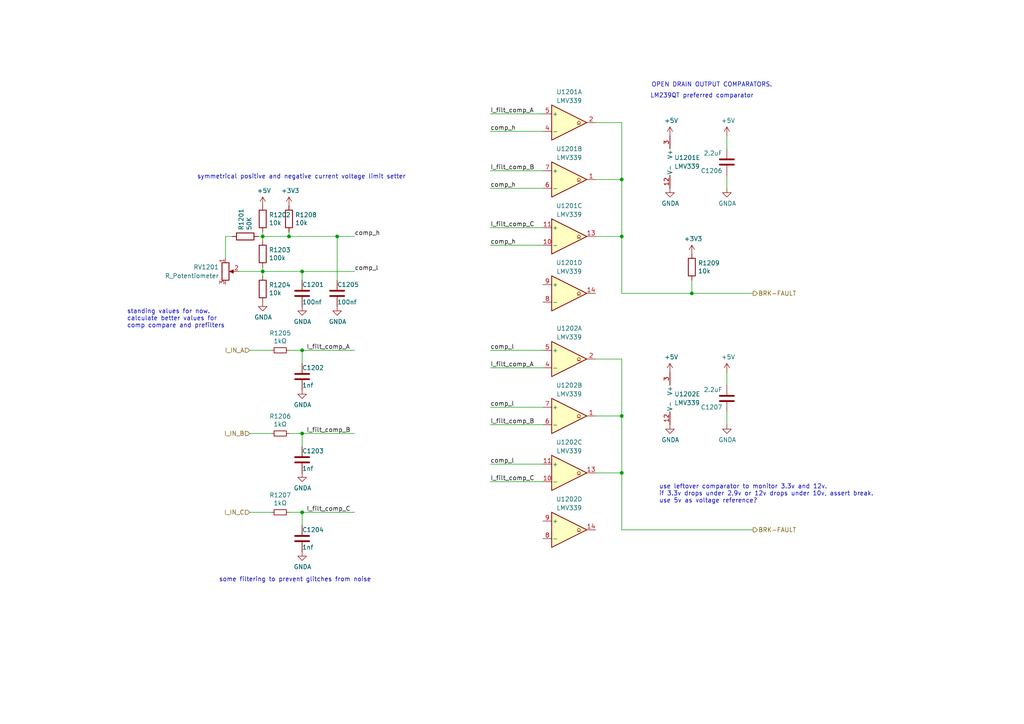
<source format=kicad_sch>
(kicad_sch (version 20230121) (generator eeschema)
  (paper "A4")
  (lib_symbols
    (symbol "24_control_board-rescue:+3.3V-power-MoxiE_Control_board-rescue" (power) (pin_names (offset 0))
      (property "Value" "+3.3V-power-MoxiE_Control_board-rescue" (at 0 3.556 0))
      (symbol "+3.3V-power-MoxiE_Control_board-rescue_0_1"
        (polyline (pts (xy -0.762 1.27) (xy 0 2.54)))
        (polyline (pts (xy 0 0) (xy 0 2.54)))
        (polyline (pts (xy 0 2.54) (xy 0.762 1.27)))
      )
      (symbol "+3.3V-power-MoxiE_Control_board-rescue_1_1"
        (pin power_in line (at 0 0 90) (length 0) hide (name "+3V3") (number "1"))
      )
    )
    (symbol "Comparator:LMV339" (pin_names (offset 0.127))
      (property "Reference" "U" (at 0 5.08 0))
      (property "Value" "LMV339" (at 0 -5.08 0))
      (symbol "LMV339_1_1"
        (polyline (pts (xy -5.08 5.08) (xy 5.08 0) (xy -5.08 -5.08) (xy -5.08 5.08)) (stroke (width 0.254)) (fill (type background)))
        (polyline (pts (xy 3.302 -0.508) (xy 2.794 -0.508) (xy 3.302 0) (xy 2.794 0.508) (xy 2.286 0) (xy 2.794 -0.508) (xy 2.286 -0.508)) (stroke (width 0.127)))
        (pin open_collector line (at 7.62 0 180) (length 2.54) (name "~") (number "2"))
        (pin input line (at -7.62 -2.54 0) (length 2.54) (name "-") (number "4"))
        (pin input line (at -7.62 2.54 0) (length 2.54) (name "+") (number "5"))
      )
      (symbol "LMV339_2_1"
        (polyline (pts (xy -5.08 5.08) (xy 5.08 0) (xy -5.08 -5.08) (xy -5.08 5.08)) (stroke (width 0.254)) (fill (type background)))
        (polyline (pts (xy 3.302 -0.508) (xy 2.794 -0.508) (xy 3.302 0) (xy 2.794 0.508) (xy 2.286 0) (xy 2.794 -0.508) (xy 2.286 -0.508)) (stroke (width 0.127)))
        (pin open_collector line (at 7.62 0 180) (length 2.54) (name "~") (number "1"))
        (pin input line (at -7.62 -2.54 0) (length 2.54) (name "-") (number "6"))
        (pin input line (at -7.62 2.54 0) (length 2.54) (name "+") (number "7"))
      )
      (symbol "LMV339_3_1"
        (polyline (pts (xy -5.08 5.08) (xy 5.08 0) (xy -5.08 -5.08) (xy -5.08 5.08)) (stroke (width 0.254)) (fill (type background)))
        (polyline (pts (xy 3.302 -0.508) (xy 2.794 -0.508) (xy 3.302 0) (xy 2.794 0.508) (xy 2.286 0) (xy 2.794 -0.508) (xy 2.286 -0.508)) (stroke (width 0.127)))
        (pin input line (at -7.62 -2.54 0) (length 2.54) (name "-") (number "10"))
        (pin input line (at -7.62 2.54 0) (length 2.54) (name "+") (number "11"))
        (pin open_collector line (at 7.62 0 180) (length 2.54) (name "~") (number "13"))
      )
      (symbol "LMV339_4_1"
        (polyline (pts (xy -5.08 5.08) (xy 5.08 0) (xy -5.08 -5.08) (xy -5.08 5.08)) (stroke (width 0.254)) (fill (type background)))
        (polyline (pts (xy 3.302 -0.508) (xy 2.794 -0.508) (xy 3.302 0) (xy 2.794 0.508) (xy 2.286 0) (xy 2.794 -0.508) (xy 2.286 -0.508)) (stroke (width 0.127)))
        (pin open_collector line (at 7.62 0 180) (length 2.54) (name "~") (number "14"))
        (pin input line (at -7.62 -2.54 0) (length 2.54) (name "-") (number "8"))
        (pin input line (at -7.62 2.54 0) (length 2.54) (name "+") (number "9"))
      )
      (symbol "LMV339_5_1"
        (pin power_in line (at -2.54 -7.62 90) (length 3.81) (name "V-") (number "12"))
        (pin power_in line (at -2.54 7.62 270) (length 3.81) (name "V+") (number "3"))
      )
    )
    (symbol "Device:C" (pin_numbers hide) (pin_names (offset 0.254))
      (property "Reference" "C" (at 0.635 2.54 0))
      (property "Value" "C" (at 0.635 -2.54 0))
      (symbol "C_0_1"
        (polyline (pts (xy -2.032 -0.762) (xy 2.032 -0.762)) (stroke (width 0.508)))
        (polyline (pts (xy -2.032 0.762) (xy 2.032 0.762)) (stroke (width 0.508)))
      )
      (symbol "C_1_1"
        (pin passive line (at 0 3.81 270) (length 2.794) (name "~") (number "1"))
        (pin passive line (at 0 -3.81 90) (length 2.794) (name "~") (number "2"))
      )
    )
    (symbol "Device:R" (pin_numbers hide) (pin_names (offset 0))
      (property "Reference" "R" (at 2.032 0 90))
      (property "Value" "R" (at 0 0 90))
      (symbol "R_0_1"
        (rectangle (start -1.016 -2.54) (end 1.016 2.54) (stroke (width 0.254)))
      )
      (symbol "R_1_1"
        (pin passive line (at 0 3.81 270) (length 1.27) (name "~") (number "1"))
        (pin passive line (at 0 -3.81 90) (length 1.27) (name "~") (number "2"))
      )
    )
    (symbol "Device:R_Potentiometer" (pin_names (offset 1.016) hide)
      (property "Reference" "RV" (at -4.445 0 90))
      (property "Value" "R_Potentiometer" (at -2.54 0 90))
      (symbol "R_Potentiometer_0_1"
        (polyline (pts (xy 2.54 0) (xy 1.524 0)))
        (polyline (pts (xy 1.143 0) (xy 2.286 0.508) (xy 2.286 -0.508) (xy 1.143 0)) (fill (type outline)))
        (rectangle (start 1.016 2.54) (end -1.016 -2.54) (stroke (width 0.254)))
      )
      (symbol "R_Potentiometer_1_1"
        (pin passive line (at 0 3.81 270) (length 1.27) (name "1") (number "1"))
        (pin passive line (at 3.81 0 180) (length 1.27) (name "2") (number "2"))
        (pin passive line (at 0 -3.81 90) (length 1.27) (name "3") (number "3"))
      )
    )
    (symbol "Device:R_Small" (pin_numbers hide) (pin_names (offset 0.254) hide)
      (property "Reference" "R" (at 0.762 0.508 0))
      (property "Value" "R_Small" (at 0.762 -1.016 0))
      (symbol "R_Small_0_1"
        (rectangle (start -0.762 1.778) (end 0.762 -1.778) (stroke (width 0.2032)))
      )
      (symbol "R_Small_1_1"
        (pin passive line (at 0 2.54 270) (length 0.762) (name "~") (number "1"))
        (pin passive line (at 0 -2.54 90) (length 0.762) (name "~") (number "2"))
      )
    )
    (symbol "power:+5V" (power) (pin_names (offset 0))
      (property "Value" "+5V" (at 0 3.556 0))
      (symbol "+5V_0_1"
        (polyline (pts (xy -0.762 1.27) (xy 0 2.54)))
        (polyline (pts (xy 0 0) (xy 0 2.54)))
        (polyline (pts (xy 0 2.54) (xy 0.762 1.27)))
      )
      (symbol "+5V_1_1"
        (pin power_in line (at 0 0 90) (length 0) hide (name "+5V") (number "1"))
      )
    )
    (symbol "power:GNDA" (power) (pin_names (offset 0))
      (property "Value" "GNDA" (at 0 -3.81 0))
      (symbol "GNDA_0_1"
        (polyline (pts (xy 0 0) (xy 0 -1.27) (xy 1.27 -1.27) (xy 0 -2.54) (xy -1.27 -1.27) (xy 0 -1.27)))
      )
      (symbol "GNDA_1_1"
        (pin power_in line (at 0 0 270) (length 0) hide (name "GNDA") (number "1"))
      )
    )
  )
  (junction (at 87.63 125.73))
  (junction (at 87.63 101.6))
  (junction (at 180.34 52.07))
  (junction (at 97.79 68.58))
  (junction (at 180.34 137.16))
  (junction (at 180.34 68.58))
  (junction (at 83.82 68.58))
  (junction (at 87.63 78.74))
  (junction (at 87.63 148.59))
  (junction (at 180.34 120.65))
  (junction (at 76.2 78.74))
  (junction (at 200.66 85.09))
  (junction (at 76.2 68.58))
  (wire (pts (xy 69.215 78.74) (xy 76.2 78.74)))
  (wire (pts (xy 210.82 39.37) (xy 210.82 43.18)))
  (wire (pts (xy 76.2 78.74) (xy 76.2 80.01)))
  (wire (pts (xy 142.24 38.1) (xy 157.48 38.1)))
  (wire (pts (xy 142.24 33.02) (xy 157.48 33.02)))
  (wire (pts (xy 142.24 49.53) (xy 157.48 49.53)))
  (wire (pts (xy 142.24 139.7) (xy 157.48 139.7)))
  (wire (pts (xy 200.66 85.09) (xy 218.44 85.09)))
  (wire (pts (xy 142.24 123.19) (xy 157.48 123.19)))
  (wire (pts (xy 180.34 68.58) (xy 180.34 85.09)))
  (wire (pts (xy 87.63 125.73) (xy 102.87 125.73)))
  (wire (pts (xy 210.82 50.8) (xy 210.82 54.61)))
  (wire (pts (xy 65.405 68.58) (xy 65.405 74.93)))
  (wire (pts (xy 97.79 68.58) (xy 102.87 68.58)))
  (wire (pts (xy 172.72 104.14) (xy 180.34 104.14)))
  (wire (pts (xy 172.72 137.16) (xy 180.34 137.16)))
  (wire (pts (xy 83.82 148.59) (xy 87.63 148.59)))
  (wire (pts (xy 180.34 104.14) (xy 180.34 120.65)))
  (wire (pts (xy 142.24 106.68) (xy 157.48 106.68)))
  (wire (pts (xy 83.82 68.58) (xy 97.79 68.58)))
  (wire (pts (xy 83.82 125.73) (xy 87.63 125.73)))
  (wire (pts (xy 87.63 78.74) (xy 102.87 78.74)))
  (wire (pts (xy 142.24 54.61) (xy 157.48 54.61)))
  (wire (pts (xy 87.63 101.6) (xy 87.63 105.41)))
  (wire (pts (xy 76.2 68.58) (xy 76.2 69.85)))
  (wire (pts (xy 72.39 148.59) (xy 78.74 148.59)))
  (wire (pts (xy 172.72 35.56) (xy 180.34 35.56)))
  (wire (pts (xy 180.34 35.56) (xy 180.34 52.07)))
  (wire (pts (xy 200.66 81.28) (xy 200.66 85.09)))
  (wire (pts (xy 72.39 125.73) (xy 78.74 125.73)))
  (wire (pts (xy 172.72 68.58) (xy 180.34 68.58)))
  (wire (pts (xy 180.34 120.65) (xy 180.34 137.16)))
  (wire (pts (xy 74.93 68.58) (xy 76.2 68.58)))
  (wire (pts (xy 210.82 107.95) (xy 210.82 111.76)))
  (wire (pts (xy 180.34 52.07) (xy 180.34 68.58)))
  (wire (pts (xy 87.63 101.6) (xy 102.87 101.6)))
  (wire (pts (xy 87.63 148.59) (xy 102.87 148.59)))
  (wire (pts (xy 76.2 67.31) (xy 76.2 68.58)))
  (wire (pts (xy 83.82 101.6) (xy 87.63 101.6)))
  (wire (pts (xy 87.63 78.74) (xy 87.63 81.28)))
  (wire (pts (xy 180.34 85.09) (xy 200.66 85.09)))
  (wire (pts (xy 180.34 137.16) (xy 180.34 153.67)))
  (wire (pts (xy 76.2 77.47) (xy 76.2 78.74)))
  (wire (pts (xy 87.63 148.59) (xy 87.63 152.4)))
  (wire (pts (xy 210.82 119.38) (xy 210.82 123.19)))
  (wire (pts (xy 180.34 153.67) (xy 218.44 153.67)))
  (wire (pts (xy 172.72 120.65) (xy 180.34 120.65)))
  (wire (pts (xy 142.24 134.62) (xy 157.48 134.62)))
  (wire (pts (xy 172.72 52.07) (xy 180.34 52.07)))
  (wire (pts (xy 72.39 101.6) (xy 78.74 101.6)))
  (wire (pts (xy 142.24 71.12) (xy 157.48 71.12)))
  (wire (pts (xy 87.63 125.73) (xy 87.63 129.54)))
  (wire (pts (xy 76.2 78.74) (xy 87.63 78.74)))
  (wire (pts (xy 76.2 68.58) (xy 83.82 68.58)))
  (wire (pts (xy 67.31 68.58) (xy 65.405 68.58)))
  (wire (pts (xy 142.24 118.11) (xy 157.48 118.11)))
  (wire (pts (xy 142.24 101.6) (xy 157.48 101.6)))
  (wire (pts (xy 97.79 68.58) (xy 97.79 81.28)))
  (wire (pts (xy 142.24 66.04) (xy 157.48 66.04)))
  (wire (pts (xy 83.82 67.31) (xy 83.82 68.58)))
  (text "symmetrical positive and negative current voltage limit setter" (at 57.15 52.07 0) (effects (font (size 1.27 1.27)) (justify left bottom)))
  (text "use leftover comparator to monitor 3.3v and 12v.\nif 3.3v drops under 2.9v or 12v drops under 10v, assert break.\nuse 5v as voltage reference?" (at 191.135 146.05 0) (effects (font (size 1.27 1.27)) (justify left bottom)))
  (text "some filtering to prevent glitches from noise" (at 63.5 168.91 0) (effects (font (size 1.27 1.27)) (justify left bottom)))
  (text " OPEN DRAIN OUTPUT COMPARATORS." (at 187.96 25.4 0) (effects (font (size 1.27 1.27)) (justify left bottom)))
  (text "LM239QT preferred comparator" (at 188.595 28.575 0) (effects (font (size 1.27 1.27)) (justify left bottom)))
  (text "standing values for now. \ncalculate better values for \ncomp compare and prefilters" (at 36.83 95.25 0) (effects (font (size 1.27 1.27)) (justify left bottom)))
  (label "I_filt_comp_C" (at 142.24 66.04 0))
  (label "I_filt_comp_B" (at 142.24 49.53 0))
  (label "comp_l" (at 142.24 101.6 0))
  (label "comp_h" (at 142.24 71.12 0))
  (label "I_filt_comp_A" (at 142.24 106.68 0))
  (label "I_filt_comp_C" (at 142.24 139.7 0))
  (label "comp_h" (at 142.24 54.61 0))
  (label "I_filt_comp_A" (at 88.9 101.6 0))
  (label "comp_l" (at 102.87 78.74 0))
  (label "comp_h" (at 142.24 38.1 0))
  (label "comp_h" (at 102.87 68.58 0))
  (label "comp_l" (at 142.24 118.11 0))
  (label "I_filt_comp_B" (at 88.9 125.73 0))
  (label "I_filt_comp_C" (at 88.9 148.59 0))
  (label "I_filt_comp_B" (at 142.24 123.19 0))
  (label "I_filt_comp_A" (at 142.24 33.02 0))
  (label "comp_l" (at 142.24 134.62 0))
  (hierarchical_label "I_IN_B" (shape input) (at 72.39 125.73 180))
  (hierarchical_label "BRK-FAULT" (shape output) (at 218.44 153.67 0))
  (hierarchical_label "I_IN_C" (shape input) (at 72.39 148.59 180))
  (hierarchical_label "BRK-FAULT" (shape output) (at 218.44 85.09 0))
  (hierarchical_label "I_IN_A" (shape input) (at 72.39 101.6 180))
  (symbol (lib_id "Device:C") (at 210.82 115.57 180) (unit 1)
    (property "Reference" "C1207" (at 209.55 118.11 0) (effects (justify left)))
    (property "Value" "2.2uF" (at 209.55 113.03 0) (effects (justify left)))
    (property "Footprint" "pkl_dipol:C_0402" (effects hide))
  )
  (symbol (lib_id "power:+5V") (at 194.31 107.95 0) (unit 1)
    (property "Reference" "#PWR01211" (effects hide))
    (property "Value" "+5V" (at 194.691 103.5558 0))
  )
  (symbol (lib_id "Comparator:LMV339") (at 165.1 52.07 0) (unit 2)
    (property "Reference" "U1201" (at 165.1 43.18 0))
    (property "Value" "LMV339" (at 165.1 45.72 0))
    (property "Footprint" "Connector_PinHeader_2.00mm:PinHeader_1x06_P2.00mm_Vertical_SMD_Pin1Left" (effects hide))
    (property "Datasheet" "https://www.st.com/resource/en/datasheet/lmv331.pdf" (effects hide))
  )
  (symbol (lib_id "Device:R") (at 71.12 68.58 90) (unit 1) (in_bom no) (on_board no)
    (property "Reference" "R1201" (at 69.9516 66.802 0) (effects (justify left)))
    (property "Value" "50K" (at 72.263 66.802 0) (effects (justify left)))
    (property "Footprint" "pkl_dipol:R_0402" (effects hide))
  )
  (symbol (lib_id "24_control_board-rescue:+3.3V-power-MoxiE_Control_board-rescue") (at 83.82 59.69 0) (unit 1)
    (property "Reference" "#PWR01203" (effects hide))
    (property "Value" "+3.3V" (at 84.201 55.2958 0))
  )
  (symbol (lib_id "Comparator:LMV339") (at 196.85 46.99 0) (unit 5)
    (property "Reference" "U1201" (at 195.58 45.7199 0) (effects (justify left)))
    (property "Value" "LMV339" (at 195.58 48.2599 0) (effects (justify left)))
    (property "Footprint" "Connector_PinHeader_2.00mm:PinHeader_1x06_P2.00mm_Vertical_SMD_Pin1Left" (effects hide))
    (property "Datasheet" "https://www.st.com/resource/en/datasheet/lmv331.pdf" (effects hide))
  )
  (symbol (lib_id "Device:R_Small") (at 81.28 101.6 270) (unit 1)
    (property "Reference" "R1205" (at 81.28 96.6216 90))
    (property "Value" "1kΩ" (at 81.28 98.933 90))
    (property "Footprint" "pkl_dipol:R_0402" (effects hide))
  )
  (symbol (lib_id "Comparator:LMV339") (at 165.1 104.14 0) (unit 1)
    (property "Reference" "U1202" (at 165.1 95.25 0))
    (property "Value" "LMV339" (at 165.1 97.79 0))
    (property "Datasheet" "https://www.st.com/resource/en/datasheet/lmv331.pdf" (effects hide))
  )
  (symbol (lib_id "Comparator:LMV339") (at 165.1 68.58 0) (unit 3)
    (property "Reference" "U1201" (at 165.1 59.69 0))
    (property "Value" "LMV339" (at 165.1 62.23 0))
    (property "Footprint" "Connector_PinHeader_2.00mm:PinHeader_1x06_P2.00mm_Vertical_SMD_Pin1Left" (effects hide))
    (property "Datasheet" "https://www.st.com/resource/en/datasheet/lmv331.pdf" (effects hide))
  )
  (symbol (lib_id "Device:R") (at 76.2 73.66 0) (unit 1)
    (property "Reference" "R1203" (at 77.978 72.4916 0) (effects (justify left)))
    (property "Value" "100k" (at 77.978 74.803 0) (effects (justify left)))
    (property "Footprint" "pkl_dipol:R_0402" (effects hide))
  )
  (symbol (lib_id "power:GNDA") (at 194.31 54.61 0) (unit 1)
    (property "Reference" "#PWR01210" (effects hide))
    (property "Value" "GNDA" (at 194.437 59.0042 0))
  )
  (symbol (lib_id "power:GNDA") (at 76.2 87.63 0) (unit 1)
    (property "Reference" "#PWR01202" (effects hide))
    (property "Value" "GNDA" (at 76.327 92.0242 0))
  )
  (symbol (lib_id "power:GNDA") (at 210.82 54.61 0) (unit 1)
    (property "Reference" "#PWR01215" (effects hide))
    (property "Value" "GNDA" (at 210.947 59.0042 0))
  )
  (symbol (lib_id "power:GNDA") (at 87.63 88.9 0) (unit 1)
    (property "Reference" "#PWR01204" (effects hide))
    (property "Value" "GNDA" (at 87.757 93.2942 0))
  )
  (symbol (lib_id "power:GNDA") (at 194.31 123.19 0) (unit 1)
    (property "Reference" "#PWR01212" (effects hide))
    (property "Value" "GNDA" (at 194.437 127.5842 0))
  )
  (symbol (lib_id "Device:R") (at 83.82 63.5 0) (unit 1)
    (property "Reference" "R1208" (at 85.598 62.3316 0) (effects (justify left)))
    (property "Value" "10k" (at 85.598 64.643 0) (effects (justify left)))
    (property "Footprint" "pkl_dipol:R_0402" (effects hide))
  )
  (symbol (lib_id "Device:C") (at 87.63 109.22 0) (unit 1)
    (property "Reference" "C1202" (at 87.63 106.68 0) (effects (justify left)))
    (property "Value" "1nf" (at 87.63 111.76 0) (effects (justify left)))
    (property "Footprint" "pkl_dipol:C_0402" (effects hide))
  )
  (symbol (lib_id "power:GNDA") (at 210.82 123.19 0) (unit 1)
    (property "Reference" "#PWR01217" (effects hide))
    (property "Value" "GNDA" (at 210.947 127.5842 0))
  )
  (symbol (lib_id "Device:R") (at 76.2 63.5 0) (unit 1)
    (property "Reference" "R1202" (at 77.978 62.3316 0) (effects (justify left)))
    (property "Value" "10k" (at 77.978 64.643 0) (effects (justify left)))
    (property "Footprint" "pkl_dipol:R_0402" (effects hide))
  )
  (symbol (lib_id "power:+5V") (at 210.82 107.95 0) (unit 1)
    (property "Reference" "#PWR01216" (effects hide))
    (property "Value" "+5V" (at 211.201 103.5558 0))
  )
  (symbol (lib_id "Device:C") (at 210.82 46.99 180) (unit 1)
    (property "Reference" "C1206" (at 209.55 49.53 0) (effects (justify left)))
    (property "Value" "2.2uF" (at 209.55 44.45 0) (effects (justify left)))
    (property "Footprint" "pkl_dipol:C_0402" (effects hide))
  )
  (symbol (lib_id "Device:R") (at 76.2 83.82 0) (unit 1)
    (property "Reference" "R1204" (at 77.978 82.6516 0) (effects (justify left)))
    (property "Value" "10k" (at 77.978 84.963 0) (effects (justify left)))
    (property "Footprint" "pkl_dipol:R_0402" (effects hide))
  )
  (symbol (lib_id "Device:R") (at 200.66 77.47 0) (unit 1)
    (property "Reference" "R1209" (at 202.438 76.3016 0) (effects (justify left)))
    (property "Value" "10k" (at 202.438 78.613 0) (effects (justify left)))
    (property "Footprint" "pkl_dipol:R_0402" (effects hide))
  )
  (symbol (lib_id "Comparator:LMV339") (at 165.1 85.09 0) (unit 4)
    (property "Reference" "U1201" (at 165.1 76.2 0))
    (property "Value" "LMV339" (at 165.1 78.74 0))
    (property "Footprint" "Connector_PinHeader_2.00mm:PinHeader_1x06_P2.00mm_Vertical_SMD_Pin1Left" (effects hide))
    (property "Datasheet" "https://www.st.com/resource/en/datasheet/lmv331.pdf" (effects hide))
  )
  (symbol (lib_id "power:GNDA") (at 87.63 137.16 0) (unit 1)
    (property "Reference" "#PWR01206" (effects hide))
    (property "Value" "GNDA" (at 87.757 141.5542 0))
  )
  (symbol (lib_id "Comparator:LMV339") (at 196.85 115.57 0) (unit 5)
    (property "Reference" "U1202" (at 195.58 114.2999 0) (effects (justify left)))
    (property "Value" "LMV339" (at 195.58 116.8399 0) (effects (justify left)))
    (property "Datasheet" "https://www.st.com/resource/en/datasheet/lmv331.pdf" (effects hide))
  )
  (symbol (lib_id "power:GNDA") (at 97.79 88.9 0) (unit 1)
    (property "Reference" "#PWR01208" (effects hide))
    (property "Value" "GNDA" (at 97.917 93.2942 0))
  )
  (symbol (lib_id "Device:C") (at 87.63 85.09 0) (unit 1)
    (property "Reference" "C1201" (at 87.63 82.55 0) (effects (justify left)))
    (property "Value" "100nf" (at 87.63 87.63 0) (effects (justify left)))
    (property "Footprint" "pkl_dipol:C_0402" (effects hide))
  )
  (symbol (lib_id "Comparator:LMV339") (at 165.1 137.16 0) (unit 3)
    (property "Reference" "U1202" (at 165.1 128.27 0))
    (property "Value" "LMV339" (at 165.1 130.81 0))
    (property "Datasheet" "https://www.st.com/resource/en/datasheet/lmv331.pdf" (effects hide))
  )
  (symbol (lib_id "Device:R_Small") (at 81.28 125.73 270) (unit 1)
    (property "Reference" "R1206" (at 81.28 120.7516 90))
    (property "Value" "1kΩ" (at 81.28 123.063 90))
    (property "Footprint" "pkl_dipol:R_0402" (effects hide))
  )
  (symbol (lib_id "power:+5V") (at 194.31 39.37 0) (unit 1)
    (property "Reference" "#PWR01209" (effects hide))
    (property "Value" "+5V" (at 194.691 34.9758 0))
  )
  (symbol (lib_id "power:GNDA") (at 87.63 113.03 0) (unit 1)
    (property "Reference" "#PWR01205" (effects hide))
    (property "Value" "GNDA" (at 87.757 117.4242 0))
  )
  (symbol (lib_id "Device:C") (at 97.79 85.09 0) (unit 1)
    (property "Reference" "C1205" (at 97.79 82.55 0) (effects (justify left)))
    (property "Value" "100nf" (at 97.79 87.63 0) (effects (justify left)))
    (property "Footprint" "pkl_dipol:C_0402" (effects hide))
  )
  (symbol (lib_id "power:+5V") (at 76.2 59.69 0) (unit 1)
    (property "Reference" "#PWR01201" (effects hide))
    (property "Value" "+5V" (at 76.581 55.2958 0))
  )
  (symbol (lib_id "Comparator:LMV339") (at 165.1 153.67 0) (unit 4)
    (property "Reference" "U1202" (at 165.1 144.78 0))
    (property "Value" "LMV339" (at 165.1 147.32 0))
    (property "Datasheet" "https://www.st.com/resource/en/datasheet/lmv331.pdf" (effects hide))
  )
  (symbol (lib_id "Device:C") (at 87.63 156.21 0) (unit 1)
    (property "Reference" "C1204" (at 87.63 153.67 0) (effects (justify left)))
    (property "Value" "1nf" (at 87.63 158.75 0) (effects (justify left)))
    (property "Footprint" "pkl_dipol:C_0402" (effects hide))
  )
  (symbol (lib_id "Device:R_Potentiometer") (at 65.405 78.74 0) (unit 1) (in_bom no) (on_board no)
    (property "Reference" "RV1201" (at 63.5 77.4699 0) (effects (justify right)))
    (property "Value" "R_Potentiometer" (at 63.5 80.0099 0) (effects (justify right)))
  )
  (symbol (lib_id "Comparator:LMV339") (at 165.1 35.56 0) (unit 1)
    (property "Reference" "U1201" (at 165.1 26.67 0))
    (property "Value" "LMV339" (at 165.1 29.21 0))
    (property "Footprint" "Connector_PinHeader_2.00mm:PinHeader_1x06_P2.00mm_Vertical_SMD_Pin1Left" (effects hide))
    (property "Datasheet" "https://www.st.com/resource/en/datasheet/lmv331.pdf" (effects hide))
  )
  (symbol (lib_id "power:GNDA") (at 87.63 160.02 0) (unit 1)
    (property "Reference" "#PWR01207" (effects hide))
    (property "Value" "GNDA" (at 87.757 164.4142 0))
  )
  (symbol (lib_id "power:+5V") (at 210.82 39.37 0) (unit 1)
    (property "Reference" "#PWR01214" (effects hide))
    (property "Value" "+5V" (at 211.201 34.9758 0))
  )
  (symbol (lib_id "24_control_board-rescue:+3.3V-power-MoxiE_Control_board-rescue") (at 200.66 73.66 0) (unit 1)
    (property "Reference" "#PWR01213" (effects hide))
    (property "Value" "+3.3V" (at 201.041 69.2658 0))
  )
  (symbol (lib_id "Comparator:LMV339") (at 165.1 120.65 0) (unit 2)
    (property "Reference" "U1202" (at 165.1 111.76 0))
    (property "Value" "LMV339" (at 165.1 114.3 0))
    (property "Datasheet" "https://www.st.com/resource/en/datasheet/lmv331.pdf" (effects hide))
  )
  (symbol (lib_id "Device:C") (at 87.63 133.35 0) (unit 1)
    (property "Reference" "C1203" (at 87.63 130.81 0) (effects (justify left)))
    (property "Value" "1nf" (at 87.63 135.89 0) (effects (justify left)))
    (property "Footprint" "pkl_dipol:C_0402" (effects hide))
  )
  (symbol (lib_id "Device:R_Small") (at 81.28 148.59 270) (unit 1)
    (property "Reference" "R1207" (at 81.28 143.6116 90))
    (property "Value" "1kΩ" (at 81.28 145.923 90))
    (property "Footprint" "pkl_dipol:R_0402" (effects hide))
  )
)
</source>
